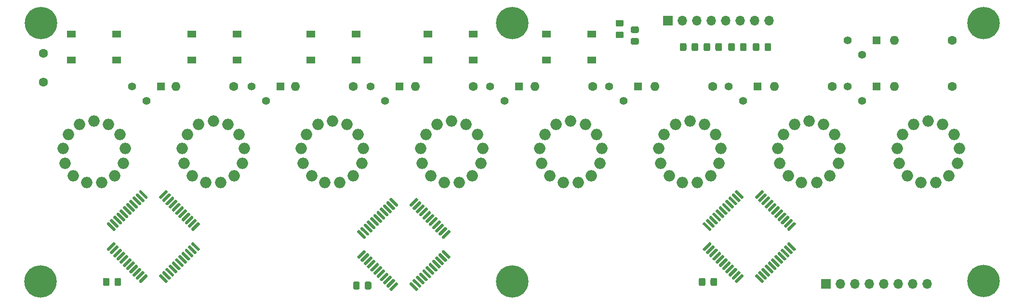
<source format=gbr>
G04 #@! TF.GenerationSoftware,KiCad,Pcbnew,5.1.7*
G04 #@! TF.CreationDate,2020-10-09T13:13:43+08:00*
G04 #@! TF.ProjectId,Nixie,4e697869-652e-46b6-9963-61645f706362,rev?*
G04 #@! TF.SameCoordinates,Original*
G04 #@! TF.FileFunction,Soldermask,Top*
G04 #@! TF.FilePolarity,Negative*
%FSLAX46Y46*%
G04 Gerber Fmt 4.6, Leading zero omitted, Abs format (unit mm)*
G04 Created by KiCad (PCBNEW 5.1.7) date 2020-10-09 13:13:43*
%MOMM*%
%LPD*%
G01*
G04 APERTURE LIST*
%ADD10C,1.400000*%
%ADD11R,1.400000X1.400000*%
%ADD12C,5.700000*%
%ADD13O,2.000000X2.000000*%
%ADD14R,1.550000X1.300000*%
%ADD15O,1.600000X1.600000*%
%ADD16C,1.600000*%
%ADD17O,1.700000X1.700000*%
%ADD18R,1.700000X1.700000*%
G04 APERTURE END LIST*
G04 #@! TO.C,U3*
G36*
G01*
X192655051Y-111488788D02*
X193786422Y-112620159D01*
G75*
G02*
X193786422Y-112814613I-97227J-97227D01*
G01*
X193591967Y-113009068D01*
G75*
G02*
X193397513Y-113009068I-97227J97227D01*
G01*
X192266142Y-111877697D01*
G75*
G02*
X192266142Y-111683243I97227J97227D01*
G01*
X192460597Y-111488788D01*
G75*
G02*
X192655051Y-111488788I97227J-97227D01*
G01*
G37*
G36*
G01*
X192089366Y-112054474D02*
X193220737Y-113185845D01*
G75*
G02*
X193220737Y-113380299I-97227J-97227D01*
G01*
X193026282Y-113574754D01*
G75*
G02*
X192831828Y-113574754I-97227J97227D01*
G01*
X191700457Y-112443383D01*
G75*
G02*
X191700457Y-112248929I97227J97227D01*
G01*
X191894912Y-112054474D01*
G75*
G02*
X192089366Y-112054474I97227J-97227D01*
G01*
G37*
G36*
G01*
X191523681Y-112620159D02*
X192655052Y-113751530D01*
G75*
G02*
X192655052Y-113945984I-97227J-97227D01*
G01*
X192460597Y-114140439D01*
G75*
G02*
X192266143Y-114140439I-97227J97227D01*
G01*
X191134772Y-113009068D01*
G75*
G02*
X191134772Y-112814614I97227J97227D01*
G01*
X191329227Y-112620159D01*
G75*
G02*
X191523681Y-112620159I97227J-97227D01*
G01*
G37*
G36*
G01*
X190957995Y-113185844D02*
X192089366Y-114317215D01*
G75*
G02*
X192089366Y-114511669I-97227J-97227D01*
G01*
X191894911Y-114706124D01*
G75*
G02*
X191700457Y-114706124I-97227J97227D01*
G01*
X190569086Y-113574753D01*
G75*
G02*
X190569086Y-113380299I97227J97227D01*
G01*
X190763541Y-113185844D01*
G75*
G02*
X190957995Y-113185844I97227J-97227D01*
G01*
G37*
G36*
G01*
X190392310Y-113751530D02*
X191523681Y-114882901D01*
G75*
G02*
X191523681Y-115077355I-97227J-97227D01*
G01*
X191329226Y-115271810D01*
G75*
G02*
X191134772Y-115271810I-97227J97227D01*
G01*
X190003401Y-114140439D01*
G75*
G02*
X190003401Y-113945985I97227J97227D01*
G01*
X190197856Y-113751530D01*
G75*
G02*
X190392310Y-113751530I97227J-97227D01*
G01*
G37*
G36*
G01*
X189826624Y-114317215D02*
X190957995Y-115448586D01*
G75*
G02*
X190957995Y-115643040I-97227J-97227D01*
G01*
X190763540Y-115837495D01*
G75*
G02*
X190569086Y-115837495I-97227J97227D01*
G01*
X189437715Y-114706124D01*
G75*
G02*
X189437715Y-114511670I97227J97227D01*
G01*
X189632170Y-114317215D01*
G75*
G02*
X189826624Y-114317215I97227J-97227D01*
G01*
G37*
G36*
G01*
X189260939Y-114882901D02*
X190392310Y-116014272D01*
G75*
G02*
X190392310Y-116208726I-97227J-97227D01*
G01*
X190197855Y-116403181D01*
G75*
G02*
X190003401Y-116403181I-97227J97227D01*
G01*
X188872030Y-115271810D01*
G75*
G02*
X188872030Y-115077356I97227J97227D01*
G01*
X189066485Y-114882901D01*
G75*
G02*
X189260939Y-114882901I97227J-97227D01*
G01*
G37*
G36*
G01*
X188695253Y-115448586D02*
X189826624Y-116579957D01*
G75*
G02*
X189826624Y-116774411I-97227J-97227D01*
G01*
X189632169Y-116968866D01*
G75*
G02*
X189437715Y-116968866I-97227J97227D01*
G01*
X188306344Y-115837495D01*
G75*
G02*
X188306344Y-115643041I97227J97227D01*
G01*
X188500799Y-115448586D01*
G75*
G02*
X188695253Y-115448586I97227J-97227D01*
G01*
G37*
G36*
G01*
X188129568Y-116014272D02*
X189260939Y-117145643D01*
G75*
G02*
X189260939Y-117340097I-97227J-97227D01*
G01*
X189066484Y-117534552D01*
G75*
G02*
X188872030Y-117534552I-97227J97227D01*
G01*
X187740659Y-116403181D01*
G75*
G02*
X187740659Y-116208727I97227J97227D01*
G01*
X187935114Y-116014272D01*
G75*
G02*
X188129568Y-116014272I97227J-97227D01*
G01*
G37*
G36*
G01*
X187563883Y-116579957D02*
X188695254Y-117711328D01*
G75*
G02*
X188695254Y-117905782I-97227J-97227D01*
G01*
X188500799Y-118100237D01*
G75*
G02*
X188306345Y-118100237I-97227J97227D01*
G01*
X187174974Y-116968866D01*
G75*
G02*
X187174974Y-116774412I97227J97227D01*
G01*
X187369429Y-116579957D01*
G75*
G02*
X187563883Y-116579957I97227J-97227D01*
G01*
G37*
G36*
G01*
X186998197Y-117145642D02*
X188129568Y-118277013D01*
G75*
G02*
X188129568Y-118471467I-97227J-97227D01*
G01*
X187935113Y-118665922D01*
G75*
G02*
X187740659Y-118665922I-97227J97227D01*
G01*
X186609288Y-117534551D01*
G75*
G02*
X186609288Y-117340097I97227J97227D01*
G01*
X186803743Y-117145642D01*
G75*
G02*
X186998197Y-117145642I97227J-97227D01*
G01*
G37*
G36*
G01*
X184417257Y-117145642D02*
X184611712Y-117340097D01*
G75*
G02*
X184611712Y-117534551I-97227J-97227D01*
G01*
X183480341Y-118665922D01*
G75*
G02*
X183285887Y-118665922I-97227J97227D01*
G01*
X183091432Y-118471467D01*
G75*
G02*
X183091432Y-118277013I97227J97227D01*
G01*
X184222803Y-117145642D01*
G75*
G02*
X184417257Y-117145642I97227J-97227D01*
G01*
G37*
G36*
G01*
X183851571Y-116579957D02*
X184046026Y-116774412D01*
G75*
G02*
X184046026Y-116968866I-97227J-97227D01*
G01*
X182914655Y-118100237D01*
G75*
G02*
X182720201Y-118100237I-97227J97227D01*
G01*
X182525746Y-117905782D01*
G75*
G02*
X182525746Y-117711328I97227J97227D01*
G01*
X183657117Y-116579957D01*
G75*
G02*
X183851571Y-116579957I97227J-97227D01*
G01*
G37*
G36*
G01*
X183285886Y-116014272D02*
X183480341Y-116208727D01*
G75*
G02*
X183480341Y-116403181I-97227J-97227D01*
G01*
X182348970Y-117534552D01*
G75*
G02*
X182154516Y-117534552I-97227J97227D01*
G01*
X181960061Y-117340097D01*
G75*
G02*
X181960061Y-117145643I97227J97227D01*
G01*
X183091432Y-116014272D01*
G75*
G02*
X183285886Y-116014272I97227J-97227D01*
G01*
G37*
G36*
G01*
X182720201Y-115448586D02*
X182914656Y-115643041D01*
G75*
G02*
X182914656Y-115837495I-97227J-97227D01*
G01*
X181783285Y-116968866D01*
G75*
G02*
X181588831Y-116968866I-97227J97227D01*
G01*
X181394376Y-116774411D01*
G75*
G02*
X181394376Y-116579957I97227J97227D01*
G01*
X182525747Y-115448586D01*
G75*
G02*
X182720201Y-115448586I97227J-97227D01*
G01*
G37*
G36*
G01*
X182154515Y-114882901D02*
X182348970Y-115077356D01*
G75*
G02*
X182348970Y-115271810I-97227J-97227D01*
G01*
X181217599Y-116403181D01*
G75*
G02*
X181023145Y-116403181I-97227J97227D01*
G01*
X180828690Y-116208726D01*
G75*
G02*
X180828690Y-116014272I97227J97227D01*
G01*
X181960061Y-114882901D01*
G75*
G02*
X182154515Y-114882901I97227J-97227D01*
G01*
G37*
G36*
G01*
X181588830Y-114317215D02*
X181783285Y-114511670D01*
G75*
G02*
X181783285Y-114706124I-97227J-97227D01*
G01*
X180651914Y-115837495D01*
G75*
G02*
X180457460Y-115837495I-97227J97227D01*
G01*
X180263005Y-115643040D01*
G75*
G02*
X180263005Y-115448586I97227J97227D01*
G01*
X181394376Y-114317215D01*
G75*
G02*
X181588830Y-114317215I97227J-97227D01*
G01*
G37*
G36*
G01*
X181023144Y-113751530D02*
X181217599Y-113945985D01*
G75*
G02*
X181217599Y-114140439I-97227J-97227D01*
G01*
X180086228Y-115271810D01*
G75*
G02*
X179891774Y-115271810I-97227J97227D01*
G01*
X179697319Y-115077355D01*
G75*
G02*
X179697319Y-114882901I97227J97227D01*
G01*
X180828690Y-113751530D01*
G75*
G02*
X181023144Y-113751530I97227J-97227D01*
G01*
G37*
G36*
G01*
X180457459Y-113185844D02*
X180651914Y-113380299D01*
G75*
G02*
X180651914Y-113574753I-97227J-97227D01*
G01*
X179520543Y-114706124D01*
G75*
G02*
X179326089Y-114706124I-97227J97227D01*
G01*
X179131634Y-114511669D01*
G75*
G02*
X179131634Y-114317215I97227J97227D01*
G01*
X180263005Y-113185844D01*
G75*
G02*
X180457459Y-113185844I97227J-97227D01*
G01*
G37*
G36*
G01*
X179891773Y-112620159D02*
X180086228Y-112814614D01*
G75*
G02*
X180086228Y-113009068I-97227J-97227D01*
G01*
X178954857Y-114140439D01*
G75*
G02*
X178760403Y-114140439I-97227J97227D01*
G01*
X178565948Y-113945984D01*
G75*
G02*
X178565948Y-113751530I97227J97227D01*
G01*
X179697319Y-112620159D01*
G75*
G02*
X179891773Y-112620159I97227J-97227D01*
G01*
G37*
G36*
G01*
X179326088Y-112054474D02*
X179520543Y-112248929D01*
G75*
G02*
X179520543Y-112443383I-97227J-97227D01*
G01*
X178389172Y-113574754D01*
G75*
G02*
X178194718Y-113574754I-97227J97227D01*
G01*
X178000263Y-113380299D01*
G75*
G02*
X178000263Y-113185845I97227J97227D01*
G01*
X179131634Y-112054474D01*
G75*
G02*
X179326088Y-112054474I97227J-97227D01*
G01*
G37*
G36*
G01*
X178760403Y-111488788D02*
X178954858Y-111683243D01*
G75*
G02*
X178954858Y-111877697I-97227J-97227D01*
G01*
X177823487Y-113009068D01*
G75*
G02*
X177629033Y-113009068I-97227J97227D01*
G01*
X177434578Y-112814613D01*
G75*
G02*
X177434578Y-112620159I97227J97227D01*
G01*
X178565949Y-111488788D01*
G75*
G02*
X178760403Y-111488788I97227J-97227D01*
G01*
G37*
G36*
G01*
X177823487Y-107970932D02*
X178954858Y-109102303D01*
G75*
G02*
X178954858Y-109296757I-97227J-97227D01*
G01*
X178760403Y-109491212D01*
G75*
G02*
X178565949Y-109491212I-97227J97227D01*
G01*
X177434578Y-108359841D01*
G75*
G02*
X177434578Y-108165387I97227J97227D01*
G01*
X177629033Y-107970932D01*
G75*
G02*
X177823487Y-107970932I97227J-97227D01*
G01*
G37*
G36*
G01*
X178389172Y-107405246D02*
X179520543Y-108536617D01*
G75*
G02*
X179520543Y-108731071I-97227J-97227D01*
G01*
X179326088Y-108925526D01*
G75*
G02*
X179131634Y-108925526I-97227J97227D01*
G01*
X178000263Y-107794155D01*
G75*
G02*
X178000263Y-107599701I97227J97227D01*
G01*
X178194718Y-107405246D01*
G75*
G02*
X178389172Y-107405246I97227J-97227D01*
G01*
G37*
G36*
G01*
X178954857Y-106839561D02*
X180086228Y-107970932D01*
G75*
G02*
X180086228Y-108165386I-97227J-97227D01*
G01*
X179891773Y-108359841D01*
G75*
G02*
X179697319Y-108359841I-97227J97227D01*
G01*
X178565948Y-107228470D01*
G75*
G02*
X178565948Y-107034016I97227J97227D01*
G01*
X178760403Y-106839561D01*
G75*
G02*
X178954857Y-106839561I97227J-97227D01*
G01*
G37*
G36*
G01*
X179520543Y-106273876D02*
X180651914Y-107405247D01*
G75*
G02*
X180651914Y-107599701I-97227J-97227D01*
G01*
X180457459Y-107794156D01*
G75*
G02*
X180263005Y-107794156I-97227J97227D01*
G01*
X179131634Y-106662785D01*
G75*
G02*
X179131634Y-106468331I97227J97227D01*
G01*
X179326089Y-106273876D01*
G75*
G02*
X179520543Y-106273876I97227J-97227D01*
G01*
G37*
G36*
G01*
X180086228Y-105708190D02*
X181217599Y-106839561D01*
G75*
G02*
X181217599Y-107034015I-97227J-97227D01*
G01*
X181023144Y-107228470D01*
G75*
G02*
X180828690Y-107228470I-97227J97227D01*
G01*
X179697319Y-106097099D01*
G75*
G02*
X179697319Y-105902645I97227J97227D01*
G01*
X179891774Y-105708190D01*
G75*
G02*
X180086228Y-105708190I97227J-97227D01*
G01*
G37*
G36*
G01*
X180651914Y-105142505D02*
X181783285Y-106273876D01*
G75*
G02*
X181783285Y-106468330I-97227J-97227D01*
G01*
X181588830Y-106662785D01*
G75*
G02*
X181394376Y-106662785I-97227J97227D01*
G01*
X180263005Y-105531414D01*
G75*
G02*
X180263005Y-105336960I97227J97227D01*
G01*
X180457460Y-105142505D01*
G75*
G02*
X180651914Y-105142505I97227J-97227D01*
G01*
G37*
G36*
G01*
X181217599Y-104576819D02*
X182348970Y-105708190D01*
G75*
G02*
X182348970Y-105902644I-97227J-97227D01*
G01*
X182154515Y-106097099D01*
G75*
G02*
X181960061Y-106097099I-97227J97227D01*
G01*
X180828690Y-104965728D01*
G75*
G02*
X180828690Y-104771274I97227J97227D01*
G01*
X181023145Y-104576819D01*
G75*
G02*
X181217599Y-104576819I97227J-97227D01*
G01*
G37*
G36*
G01*
X181783285Y-104011134D02*
X182914656Y-105142505D01*
G75*
G02*
X182914656Y-105336959I-97227J-97227D01*
G01*
X182720201Y-105531414D01*
G75*
G02*
X182525747Y-105531414I-97227J97227D01*
G01*
X181394376Y-104400043D01*
G75*
G02*
X181394376Y-104205589I97227J97227D01*
G01*
X181588831Y-104011134D01*
G75*
G02*
X181783285Y-104011134I97227J-97227D01*
G01*
G37*
G36*
G01*
X182348970Y-103445448D02*
X183480341Y-104576819D01*
G75*
G02*
X183480341Y-104771273I-97227J-97227D01*
G01*
X183285886Y-104965728D01*
G75*
G02*
X183091432Y-104965728I-97227J97227D01*
G01*
X181960061Y-103834357D01*
G75*
G02*
X181960061Y-103639903I97227J97227D01*
G01*
X182154516Y-103445448D01*
G75*
G02*
X182348970Y-103445448I97227J-97227D01*
G01*
G37*
G36*
G01*
X182914655Y-102879763D02*
X184046026Y-104011134D01*
G75*
G02*
X184046026Y-104205588I-97227J-97227D01*
G01*
X183851571Y-104400043D01*
G75*
G02*
X183657117Y-104400043I-97227J97227D01*
G01*
X182525746Y-103268672D01*
G75*
G02*
X182525746Y-103074218I97227J97227D01*
G01*
X182720201Y-102879763D01*
G75*
G02*
X182914655Y-102879763I97227J-97227D01*
G01*
G37*
G36*
G01*
X183480341Y-102314078D02*
X184611712Y-103445449D01*
G75*
G02*
X184611712Y-103639903I-97227J-97227D01*
G01*
X184417257Y-103834358D01*
G75*
G02*
X184222803Y-103834358I-97227J97227D01*
G01*
X183091432Y-102702987D01*
G75*
G02*
X183091432Y-102508533I97227J97227D01*
G01*
X183285887Y-102314078D01*
G75*
G02*
X183480341Y-102314078I97227J-97227D01*
G01*
G37*
G36*
G01*
X187935113Y-102314078D02*
X188129568Y-102508533D01*
G75*
G02*
X188129568Y-102702987I-97227J-97227D01*
G01*
X186998197Y-103834358D01*
G75*
G02*
X186803743Y-103834358I-97227J97227D01*
G01*
X186609288Y-103639903D01*
G75*
G02*
X186609288Y-103445449I97227J97227D01*
G01*
X187740659Y-102314078D01*
G75*
G02*
X187935113Y-102314078I97227J-97227D01*
G01*
G37*
G36*
G01*
X188500799Y-102879763D02*
X188695254Y-103074218D01*
G75*
G02*
X188695254Y-103268672I-97227J-97227D01*
G01*
X187563883Y-104400043D01*
G75*
G02*
X187369429Y-104400043I-97227J97227D01*
G01*
X187174974Y-104205588D01*
G75*
G02*
X187174974Y-104011134I97227J97227D01*
G01*
X188306345Y-102879763D01*
G75*
G02*
X188500799Y-102879763I97227J-97227D01*
G01*
G37*
G36*
G01*
X189066484Y-103445448D02*
X189260939Y-103639903D01*
G75*
G02*
X189260939Y-103834357I-97227J-97227D01*
G01*
X188129568Y-104965728D01*
G75*
G02*
X187935114Y-104965728I-97227J97227D01*
G01*
X187740659Y-104771273D01*
G75*
G02*
X187740659Y-104576819I97227J97227D01*
G01*
X188872030Y-103445448D01*
G75*
G02*
X189066484Y-103445448I97227J-97227D01*
G01*
G37*
G36*
G01*
X189632169Y-104011134D02*
X189826624Y-104205589D01*
G75*
G02*
X189826624Y-104400043I-97227J-97227D01*
G01*
X188695253Y-105531414D01*
G75*
G02*
X188500799Y-105531414I-97227J97227D01*
G01*
X188306344Y-105336959D01*
G75*
G02*
X188306344Y-105142505I97227J97227D01*
G01*
X189437715Y-104011134D01*
G75*
G02*
X189632169Y-104011134I97227J-97227D01*
G01*
G37*
G36*
G01*
X190197855Y-104576819D02*
X190392310Y-104771274D01*
G75*
G02*
X190392310Y-104965728I-97227J-97227D01*
G01*
X189260939Y-106097099D01*
G75*
G02*
X189066485Y-106097099I-97227J97227D01*
G01*
X188872030Y-105902644D01*
G75*
G02*
X188872030Y-105708190I97227J97227D01*
G01*
X190003401Y-104576819D01*
G75*
G02*
X190197855Y-104576819I97227J-97227D01*
G01*
G37*
G36*
G01*
X190763540Y-105142505D02*
X190957995Y-105336960D01*
G75*
G02*
X190957995Y-105531414I-97227J-97227D01*
G01*
X189826624Y-106662785D01*
G75*
G02*
X189632170Y-106662785I-97227J97227D01*
G01*
X189437715Y-106468330D01*
G75*
G02*
X189437715Y-106273876I97227J97227D01*
G01*
X190569086Y-105142505D01*
G75*
G02*
X190763540Y-105142505I97227J-97227D01*
G01*
G37*
G36*
G01*
X191329226Y-105708190D02*
X191523681Y-105902645D01*
G75*
G02*
X191523681Y-106097099I-97227J-97227D01*
G01*
X190392310Y-107228470D01*
G75*
G02*
X190197856Y-107228470I-97227J97227D01*
G01*
X190003401Y-107034015D01*
G75*
G02*
X190003401Y-106839561I97227J97227D01*
G01*
X191134772Y-105708190D01*
G75*
G02*
X191329226Y-105708190I97227J-97227D01*
G01*
G37*
G36*
G01*
X191894911Y-106273876D02*
X192089366Y-106468331D01*
G75*
G02*
X192089366Y-106662785I-97227J-97227D01*
G01*
X190957995Y-107794156D01*
G75*
G02*
X190763541Y-107794156I-97227J97227D01*
G01*
X190569086Y-107599701D01*
G75*
G02*
X190569086Y-107405247I97227J97227D01*
G01*
X191700457Y-106273876D01*
G75*
G02*
X191894911Y-106273876I97227J-97227D01*
G01*
G37*
G36*
G01*
X192460597Y-106839561D02*
X192655052Y-107034016D01*
G75*
G02*
X192655052Y-107228470I-97227J-97227D01*
G01*
X191523681Y-108359841D01*
G75*
G02*
X191329227Y-108359841I-97227J97227D01*
G01*
X191134772Y-108165386D01*
G75*
G02*
X191134772Y-107970932I97227J97227D01*
G01*
X192266143Y-106839561D01*
G75*
G02*
X192460597Y-106839561I97227J-97227D01*
G01*
G37*
G36*
G01*
X193026282Y-107405246D02*
X193220737Y-107599701D01*
G75*
G02*
X193220737Y-107794155I-97227J-97227D01*
G01*
X192089366Y-108925526D01*
G75*
G02*
X191894912Y-108925526I-97227J97227D01*
G01*
X191700457Y-108731071D01*
G75*
G02*
X191700457Y-108536617I97227J97227D01*
G01*
X192831828Y-107405246D01*
G75*
G02*
X193026282Y-107405246I97227J-97227D01*
G01*
G37*
G36*
G01*
X193591967Y-107970932D02*
X193786422Y-108165387D01*
G75*
G02*
X193786422Y-108359841I-97227J-97227D01*
G01*
X192655051Y-109491212D01*
G75*
G02*
X192460597Y-109491212I-97227J97227D01*
G01*
X192266142Y-109296757D01*
G75*
G02*
X192266142Y-109102303I97227J97227D01*
G01*
X193397513Y-107970932D01*
G75*
G02*
X193591967Y-107970932I97227J-97227D01*
G01*
G37*
G04 #@! TD*
G04 #@! TO.C,U2*
G36*
G01*
X131949051Y-112885788D02*
X133080422Y-114017159D01*
G75*
G02*
X133080422Y-114211613I-97227J-97227D01*
G01*
X132885967Y-114406068D01*
G75*
G02*
X132691513Y-114406068I-97227J97227D01*
G01*
X131560142Y-113274697D01*
G75*
G02*
X131560142Y-113080243I97227J97227D01*
G01*
X131754597Y-112885788D01*
G75*
G02*
X131949051Y-112885788I97227J-97227D01*
G01*
G37*
G36*
G01*
X131383366Y-113451474D02*
X132514737Y-114582845D01*
G75*
G02*
X132514737Y-114777299I-97227J-97227D01*
G01*
X132320282Y-114971754D01*
G75*
G02*
X132125828Y-114971754I-97227J97227D01*
G01*
X130994457Y-113840383D01*
G75*
G02*
X130994457Y-113645929I97227J97227D01*
G01*
X131188912Y-113451474D01*
G75*
G02*
X131383366Y-113451474I97227J-97227D01*
G01*
G37*
G36*
G01*
X130817681Y-114017159D02*
X131949052Y-115148530D01*
G75*
G02*
X131949052Y-115342984I-97227J-97227D01*
G01*
X131754597Y-115537439D01*
G75*
G02*
X131560143Y-115537439I-97227J97227D01*
G01*
X130428772Y-114406068D01*
G75*
G02*
X130428772Y-114211614I97227J97227D01*
G01*
X130623227Y-114017159D01*
G75*
G02*
X130817681Y-114017159I97227J-97227D01*
G01*
G37*
G36*
G01*
X130251995Y-114582844D02*
X131383366Y-115714215D01*
G75*
G02*
X131383366Y-115908669I-97227J-97227D01*
G01*
X131188911Y-116103124D01*
G75*
G02*
X130994457Y-116103124I-97227J97227D01*
G01*
X129863086Y-114971753D01*
G75*
G02*
X129863086Y-114777299I97227J97227D01*
G01*
X130057541Y-114582844D01*
G75*
G02*
X130251995Y-114582844I97227J-97227D01*
G01*
G37*
G36*
G01*
X129686310Y-115148530D02*
X130817681Y-116279901D01*
G75*
G02*
X130817681Y-116474355I-97227J-97227D01*
G01*
X130623226Y-116668810D01*
G75*
G02*
X130428772Y-116668810I-97227J97227D01*
G01*
X129297401Y-115537439D01*
G75*
G02*
X129297401Y-115342985I97227J97227D01*
G01*
X129491856Y-115148530D01*
G75*
G02*
X129686310Y-115148530I97227J-97227D01*
G01*
G37*
G36*
G01*
X129120624Y-115714215D02*
X130251995Y-116845586D01*
G75*
G02*
X130251995Y-117040040I-97227J-97227D01*
G01*
X130057540Y-117234495D01*
G75*
G02*
X129863086Y-117234495I-97227J97227D01*
G01*
X128731715Y-116103124D01*
G75*
G02*
X128731715Y-115908670I97227J97227D01*
G01*
X128926170Y-115714215D01*
G75*
G02*
X129120624Y-115714215I97227J-97227D01*
G01*
G37*
G36*
G01*
X128554939Y-116279901D02*
X129686310Y-117411272D01*
G75*
G02*
X129686310Y-117605726I-97227J-97227D01*
G01*
X129491855Y-117800181D01*
G75*
G02*
X129297401Y-117800181I-97227J97227D01*
G01*
X128166030Y-116668810D01*
G75*
G02*
X128166030Y-116474356I97227J97227D01*
G01*
X128360485Y-116279901D01*
G75*
G02*
X128554939Y-116279901I97227J-97227D01*
G01*
G37*
G36*
G01*
X127989253Y-116845586D02*
X129120624Y-117976957D01*
G75*
G02*
X129120624Y-118171411I-97227J-97227D01*
G01*
X128926169Y-118365866D01*
G75*
G02*
X128731715Y-118365866I-97227J97227D01*
G01*
X127600344Y-117234495D01*
G75*
G02*
X127600344Y-117040041I97227J97227D01*
G01*
X127794799Y-116845586D01*
G75*
G02*
X127989253Y-116845586I97227J-97227D01*
G01*
G37*
G36*
G01*
X127423568Y-117411272D02*
X128554939Y-118542643D01*
G75*
G02*
X128554939Y-118737097I-97227J-97227D01*
G01*
X128360484Y-118931552D01*
G75*
G02*
X128166030Y-118931552I-97227J97227D01*
G01*
X127034659Y-117800181D01*
G75*
G02*
X127034659Y-117605727I97227J97227D01*
G01*
X127229114Y-117411272D01*
G75*
G02*
X127423568Y-117411272I97227J-97227D01*
G01*
G37*
G36*
G01*
X126857883Y-117976957D02*
X127989254Y-119108328D01*
G75*
G02*
X127989254Y-119302782I-97227J-97227D01*
G01*
X127794799Y-119497237D01*
G75*
G02*
X127600345Y-119497237I-97227J97227D01*
G01*
X126468974Y-118365866D01*
G75*
G02*
X126468974Y-118171412I97227J97227D01*
G01*
X126663429Y-117976957D01*
G75*
G02*
X126857883Y-117976957I97227J-97227D01*
G01*
G37*
G36*
G01*
X126292197Y-118542642D02*
X127423568Y-119674013D01*
G75*
G02*
X127423568Y-119868467I-97227J-97227D01*
G01*
X127229113Y-120062922D01*
G75*
G02*
X127034659Y-120062922I-97227J97227D01*
G01*
X125903288Y-118931551D01*
G75*
G02*
X125903288Y-118737097I97227J97227D01*
G01*
X126097743Y-118542642D01*
G75*
G02*
X126292197Y-118542642I97227J-97227D01*
G01*
G37*
G36*
G01*
X123711257Y-118542642D02*
X123905712Y-118737097D01*
G75*
G02*
X123905712Y-118931551I-97227J-97227D01*
G01*
X122774341Y-120062922D01*
G75*
G02*
X122579887Y-120062922I-97227J97227D01*
G01*
X122385432Y-119868467D01*
G75*
G02*
X122385432Y-119674013I97227J97227D01*
G01*
X123516803Y-118542642D01*
G75*
G02*
X123711257Y-118542642I97227J-97227D01*
G01*
G37*
G36*
G01*
X123145571Y-117976957D02*
X123340026Y-118171412D01*
G75*
G02*
X123340026Y-118365866I-97227J-97227D01*
G01*
X122208655Y-119497237D01*
G75*
G02*
X122014201Y-119497237I-97227J97227D01*
G01*
X121819746Y-119302782D01*
G75*
G02*
X121819746Y-119108328I97227J97227D01*
G01*
X122951117Y-117976957D01*
G75*
G02*
X123145571Y-117976957I97227J-97227D01*
G01*
G37*
G36*
G01*
X122579886Y-117411272D02*
X122774341Y-117605727D01*
G75*
G02*
X122774341Y-117800181I-97227J-97227D01*
G01*
X121642970Y-118931552D01*
G75*
G02*
X121448516Y-118931552I-97227J97227D01*
G01*
X121254061Y-118737097D01*
G75*
G02*
X121254061Y-118542643I97227J97227D01*
G01*
X122385432Y-117411272D01*
G75*
G02*
X122579886Y-117411272I97227J-97227D01*
G01*
G37*
G36*
G01*
X122014201Y-116845586D02*
X122208656Y-117040041D01*
G75*
G02*
X122208656Y-117234495I-97227J-97227D01*
G01*
X121077285Y-118365866D01*
G75*
G02*
X120882831Y-118365866I-97227J97227D01*
G01*
X120688376Y-118171411D01*
G75*
G02*
X120688376Y-117976957I97227J97227D01*
G01*
X121819747Y-116845586D01*
G75*
G02*
X122014201Y-116845586I97227J-97227D01*
G01*
G37*
G36*
G01*
X121448515Y-116279901D02*
X121642970Y-116474356D01*
G75*
G02*
X121642970Y-116668810I-97227J-97227D01*
G01*
X120511599Y-117800181D01*
G75*
G02*
X120317145Y-117800181I-97227J97227D01*
G01*
X120122690Y-117605726D01*
G75*
G02*
X120122690Y-117411272I97227J97227D01*
G01*
X121254061Y-116279901D01*
G75*
G02*
X121448515Y-116279901I97227J-97227D01*
G01*
G37*
G36*
G01*
X120882830Y-115714215D02*
X121077285Y-115908670D01*
G75*
G02*
X121077285Y-116103124I-97227J-97227D01*
G01*
X119945914Y-117234495D01*
G75*
G02*
X119751460Y-117234495I-97227J97227D01*
G01*
X119557005Y-117040040D01*
G75*
G02*
X119557005Y-116845586I97227J97227D01*
G01*
X120688376Y-115714215D01*
G75*
G02*
X120882830Y-115714215I97227J-97227D01*
G01*
G37*
G36*
G01*
X120317144Y-115148530D02*
X120511599Y-115342985D01*
G75*
G02*
X120511599Y-115537439I-97227J-97227D01*
G01*
X119380228Y-116668810D01*
G75*
G02*
X119185774Y-116668810I-97227J97227D01*
G01*
X118991319Y-116474355D01*
G75*
G02*
X118991319Y-116279901I97227J97227D01*
G01*
X120122690Y-115148530D01*
G75*
G02*
X120317144Y-115148530I97227J-97227D01*
G01*
G37*
G36*
G01*
X119751459Y-114582844D02*
X119945914Y-114777299D01*
G75*
G02*
X119945914Y-114971753I-97227J-97227D01*
G01*
X118814543Y-116103124D01*
G75*
G02*
X118620089Y-116103124I-97227J97227D01*
G01*
X118425634Y-115908669D01*
G75*
G02*
X118425634Y-115714215I97227J97227D01*
G01*
X119557005Y-114582844D01*
G75*
G02*
X119751459Y-114582844I97227J-97227D01*
G01*
G37*
G36*
G01*
X119185773Y-114017159D02*
X119380228Y-114211614D01*
G75*
G02*
X119380228Y-114406068I-97227J-97227D01*
G01*
X118248857Y-115537439D01*
G75*
G02*
X118054403Y-115537439I-97227J97227D01*
G01*
X117859948Y-115342984D01*
G75*
G02*
X117859948Y-115148530I97227J97227D01*
G01*
X118991319Y-114017159D01*
G75*
G02*
X119185773Y-114017159I97227J-97227D01*
G01*
G37*
G36*
G01*
X118620088Y-113451474D02*
X118814543Y-113645929D01*
G75*
G02*
X118814543Y-113840383I-97227J-97227D01*
G01*
X117683172Y-114971754D01*
G75*
G02*
X117488718Y-114971754I-97227J97227D01*
G01*
X117294263Y-114777299D01*
G75*
G02*
X117294263Y-114582845I97227J97227D01*
G01*
X118425634Y-113451474D01*
G75*
G02*
X118620088Y-113451474I97227J-97227D01*
G01*
G37*
G36*
G01*
X118054403Y-112885788D02*
X118248858Y-113080243D01*
G75*
G02*
X118248858Y-113274697I-97227J-97227D01*
G01*
X117117487Y-114406068D01*
G75*
G02*
X116923033Y-114406068I-97227J97227D01*
G01*
X116728578Y-114211613D01*
G75*
G02*
X116728578Y-114017159I97227J97227D01*
G01*
X117859949Y-112885788D01*
G75*
G02*
X118054403Y-112885788I97227J-97227D01*
G01*
G37*
G36*
G01*
X117117487Y-109367932D02*
X118248858Y-110499303D01*
G75*
G02*
X118248858Y-110693757I-97227J-97227D01*
G01*
X118054403Y-110888212D01*
G75*
G02*
X117859949Y-110888212I-97227J97227D01*
G01*
X116728578Y-109756841D01*
G75*
G02*
X116728578Y-109562387I97227J97227D01*
G01*
X116923033Y-109367932D01*
G75*
G02*
X117117487Y-109367932I97227J-97227D01*
G01*
G37*
G36*
G01*
X117683172Y-108802246D02*
X118814543Y-109933617D01*
G75*
G02*
X118814543Y-110128071I-97227J-97227D01*
G01*
X118620088Y-110322526D01*
G75*
G02*
X118425634Y-110322526I-97227J97227D01*
G01*
X117294263Y-109191155D01*
G75*
G02*
X117294263Y-108996701I97227J97227D01*
G01*
X117488718Y-108802246D01*
G75*
G02*
X117683172Y-108802246I97227J-97227D01*
G01*
G37*
G36*
G01*
X118248857Y-108236561D02*
X119380228Y-109367932D01*
G75*
G02*
X119380228Y-109562386I-97227J-97227D01*
G01*
X119185773Y-109756841D01*
G75*
G02*
X118991319Y-109756841I-97227J97227D01*
G01*
X117859948Y-108625470D01*
G75*
G02*
X117859948Y-108431016I97227J97227D01*
G01*
X118054403Y-108236561D01*
G75*
G02*
X118248857Y-108236561I97227J-97227D01*
G01*
G37*
G36*
G01*
X118814543Y-107670876D02*
X119945914Y-108802247D01*
G75*
G02*
X119945914Y-108996701I-97227J-97227D01*
G01*
X119751459Y-109191156D01*
G75*
G02*
X119557005Y-109191156I-97227J97227D01*
G01*
X118425634Y-108059785D01*
G75*
G02*
X118425634Y-107865331I97227J97227D01*
G01*
X118620089Y-107670876D01*
G75*
G02*
X118814543Y-107670876I97227J-97227D01*
G01*
G37*
G36*
G01*
X119380228Y-107105190D02*
X120511599Y-108236561D01*
G75*
G02*
X120511599Y-108431015I-97227J-97227D01*
G01*
X120317144Y-108625470D01*
G75*
G02*
X120122690Y-108625470I-97227J97227D01*
G01*
X118991319Y-107494099D01*
G75*
G02*
X118991319Y-107299645I97227J97227D01*
G01*
X119185774Y-107105190D01*
G75*
G02*
X119380228Y-107105190I97227J-97227D01*
G01*
G37*
G36*
G01*
X119945914Y-106539505D02*
X121077285Y-107670876D01*
G75*
G02*
X121077285Y-107865330I-97227J-97227D01*
G01*
X120882830Y-108059785D01*
G75*
G02*
X120688376Y-108059785I-97227J97227D01*
G01*
X119557005Y-106928414D01*
G75*
G02*
X119557005Y-106733960I97227J97227D01*
G01*
X119751460Y-106539505D01*
G75*
G02*
X119945914Y-106539505I97227J-97227D01*
G01*
G37*
G36*
G01*
X120511599Y-105973819D02*
X121642970Y-107105190D01*
G75*
G02*
X121642970Y-107299644I-97227J-97227D01*
G01*
X121448515Y-107494099D01*
G75*
G02*
X121254061Y-107494099I-97227J97227D01*
G01*
X120122690Y-106362728D01*
G75*
G02*
X120122690Y-106168274I97227J97227D01*
G01*
X120317145Y-105973819D01*
G75*
G02*
X120511599Y-105973819I97227J-97227D01*
G01*
G37*
G36*
G01*
X121077285Y-105408134D02*
X122208656Y-106539505D01*
G75*
G02*
X122208656Y-106733959I-97227J-97227D01*
G01*
X122014201Y-106928414D01*
G75*
G02*
X121819747Y-106928414I-97227J97227D01*
G01*
X120688376Y-105797043D01*
G75*
G02*
X120688376Y-105602589I97227J97227D01*
G01*
X120882831Y-105408134D01*
G75*
G02*
X121077285Y-105408134I97227J-97227D01*
G01*
G37*
G36*
G01*
X121642970Y-104842448D02*
X122774341Y-105973819D01*
G75*
G02*
X122774341Y-106168273I-97227J-97227D01*
G01*
X122579886Y-106362728D01*
G75*
G02*
X122385432Y-106362728I-97227J97227D01*
G01*
X121254061Y-105231357D01*
G75*
G02*
X121254061Y-105036903I97227J97227D01*
G01*
X121448516Y-104842448D01*
G75*
G02*
X121642970Y-104842448I97227J-97227D01*
G01*
G37*
G36*
G01*
X122208655Y-104276763D02*
X123340026Y-105408134D01*
G75*
G02*
X123340026Y-105602588I-97227J-97227D01*
G01*
X123145571Y-105797043D01*
G75*
G02*
X122951117Y-105797043I-97227J97227D01*
G01*
X121819746Y-104665672D01*
G75*
G02*
X121819746Y-104471218I97227J97227D01*
G01*
X122014201Y-104276763D01*
G75*
G02*
X122208655Y-104276763I97227J-97227D01*
G01*
G37*
G36*
G01*
X122774341Y-103711078D02*
X123905712Y-104842449D01*
G75*
G02*
X123905712Y-105036903I-97227J-97227D01*
G01*
X123711257Y-105231358D01*
G75*
G02*
X123516803Y-105231358I-97227J97227D01*
G01*
X122385432Y-104099987D01*
G75*
G02*
X122385432Y-103905533I97227J97227D01*
G01*
X122579887Y-103711078D01*
G75*
G02*
X122774341Y-103711078I97227J-97227D01*
G01*
G37*
G36*
G01*
X127229113Y-103711078D02*
X127423568Y-103905533D01*
G75*
G02*
X127423568Y-104099987I-97227J-97227D01*
G01*
X126292197Y-105231358D01*
G75*
G02*
X126097743Y-105231358I-97227J97227D01*
G01*
X125903288Y-105036903D01*
G75*
G02*
X125903288Y-104842449I97227J97227D01*
G01*
X127034659Y-103711078D01*
G75*
G02*
X127229113Y-103711078I97227J-97227D01*
G01*
G37*
G36*
G01*
X127794799Y-104276763D02*
X127989254Y-104471218D01*
G75*
G02*
X127989254Y-104665672I-97227J-97227D01*
G01*
X126857883Y-105797043D01*
G75*
G02*
X126663429Y-105797043I-97227J97227D01*
G01*
X126468974Y-105602588D01*
G75*
G02*
X126468974Y-105408134I97227J97227D01*
G01*
X127600345Y-104276763D01*
G75*
G02*
X127794799Y-104276763I97227J-97227D01*
G01*
G37*
G36*
G01*
X128360484Y-104842448D02*
X128554939Y-105036903D01*
G75*
G02*
X128554939Y-105231357I-97227J-97227D01*
G01*
X127423568Y-106362728D01*
G75*
G02*
X127229114Y-106362728I-97227J97227D01*
G01*
X127034659Y-106168273D01*
G75*
G02*
X127034659Y-105973819I97227J97227D01*
G01*
X128166030Y-104842448D01*
G75*
G02*
X128360484Y-104842448I97227J-97227D01*
G01*
G37*
G36*
G01*
X128926169Y-105408134D02*
X129120624Y-105602589D01*
G75*
G02*
X129120624Y-105797043I-97227J-97227D01*
G01*
X127989253Y-106928414D01*
G75*
G02*
X127794799Y-106928414I-97227J97227D01*
G01*
X127600344Y-106733959D01*
G75*
G02*
X127600344Y-106539505I97227J97227D01*
G01*
X128731715Y-105408134D01*
G75*
G02*
X128926169Y-105408134I97227J-97227D01*
G01*
G37*
G36*
G01*
X129491855Y-105973819D02*
X129686310Y-106168274D01*
G75*
G02*
X129686310Y-106362728I-97227J-97227D01*
G01*
X128554939Y-107494099D01*
G75*
G02*
X128360485Y-107494099I-97227J97227D01*
G01*
X128166030Y-107299644D01*
G75*
G02*
X128166030Y-107105190I97227J97227D01*
G01*
X129297401Y-105973819D01*
G75*
G02*
X129491855Y-105973819I97227J-97227D01*
G01*
G37*
G36*
G01*
X130057540Y-106539505D02*
X130251995Y-106733960D01*
G75*
G02*
X130251995Y-106928414I-97227J-97227D01*
G01*
X129120624Y-108059785D01*
G75*
G02*
X128926170Y-108059785I-97227J97227D01*
G01*
X128731715Y-107865330D01*
G75*
G02*
X128731715Y-107670876I97227J97227D01*
G01*
X129863086Y-106539505D01*
G75*
G02*
X130057540Y-106539505I97227J-97227D01*
G01*
G37*
G36*
G01*
X130623226Y-107105190D02*
X130817681Y-107299645D01*
G75*
G02*
X130817681Y-107494099I-97227J-97227D01*
G01*
X129686310Y-108625470D01*
G75*
G02*
X129491856Y-108625470I-97227J97227D01*
G01*
X129297401Y-108431015D01*
G75*
G02*
X129297401Y-108236561I97227J97227D01*
G01*
X130428772Y-107105190D01*
G75*
G02*
X130623226Y-107105190I97227J-97227D01*
G01*
G37*
G36*
G01*
X131188911Y-107670876D02*
X131383366Y-107865331D01*
G75*
G02*
X131383366Y-108059785I-97227J-97227D01*
G01*
X130251995Y-109191156D01*
G75*
G02*
X130057541Y-109191156I-97227J97227D01*
G01*
X129863086Y-108996701D01*
G75*
G02*
X129863086Y-108802247I97227J97227D01*
G01*
X130994457Y-107670876D01*
G75*
G02*
X131188911Y-107670876I97227J-97227D01*
G01*
G37*
G36*
G01*
X131754597Y-108236561D02*
X131949052Y-108431016D01*
G75*
G02*
X131949052Y-108625470I-97227J-97227D01*
G01*
X130817681Y-109756841D01*
G75*
G02*
X130623227Y-109756841I-97227J97227D01*
G01*
X130428772Y-109562386D01*
G75*
G02*
X130428772Y-109367932I97227J97227D01*
G01*
X131560143Y-108236561D01*
G75*
G02*
X131754597Y-108236561I97227J-97227D01*
G01*
G37*
G36*
G01*
X132320282Y-108802246D02*
X132514737Y-108996701D01*
G75*
G02*
X132514737Y-109191155I-97227J-97227D01*
G01*
X131383366Y-110322526D01*
G75*
G02*
X131188912Y-110322526I-97227J97227D01*
G01*
X130994457Y-110128071D01*
G75*
G02*
X130994457Y-109933617I97227J97227D01*
G01*
X132125828Y-108802246D01*
G75*
G02*
X132320282Y-108802246I97227J-97227D01*
G01*
G37*
G36*
G01*
X132885967Y-109367932D02*
X133080422Y-109562387D01*
G75*
G02*
X133080422Y-109756841I-97227J-97227D01*
G01*
X131949051Y-110888212D01*
G75*
G02*
X131754597Y-110888212I-97227J97227D01*
G01*
X131560142Y-110693757D01*
G75*
G02*
X131560142Y-110499303I97227J97227D01*
G01*
X132691513Y-109367932D01*
G75*
G02*
X132885967Y-109367932I97227J-97227D01*
G01*
G37*
G04 #@! TD*
G04 #@! TO.C,U1*
G36*
G01*
X87943551Y-111488788D02*
X89074922Y-112620159D01*
G75*
G02*
X89074922Y-112814613I-97227J-97227D01*
G01*
X88880467Y-113009068D01*
G75*
G02*
X88686013Y-113009068I-97227J97227D01*
G01*
X87554642Y-111877697D01*
G75*
G02*
X87554642Y-111683243I97227J97227D01*
G01*
X87749097Y-111488788D01*
G75*
G02*
X87943551Y-111488788I97227J-97227D01*
G01*
G37*
G36*
G01*
X87377866Y-112054474D02*
X88509237Y-113185845D01*
G75*
G02*
X88509237Y-113380299I-97227J-97227D01*
G01*
X88314782Y-113574754D01*
G75*
G02*
X88120328Y-113574754I-97227J97227D01*
G01*
X86988957Y-112443383D01*
G75*
G02*
X86988957Y-112248929I97227J97227D01*
G01*
X87183412Y-112054474D01*
G75*
G02*
X87377866Y-112054474I97227J-97227D01*
G01*
G37*
G36*
G01*
X86812181Y-112620159D02*
X87943552Y-113751530D01*
G75*
G02*
X87943552Y-113945984I-97227J-97227D01*
G01*
X87749097Y-114140439D01*
G75*
G02*
X87554643Y-114140439I-97227J97227D01*
G01*
X86423272Y-113009068D01*
G75*
G02*
X86423272Y-112814614I97227J97227D01*
G01*
X86617727Y-112620159D01*
G75*
G02*
X86812181Y-112620159I97227J-97227D01*
G01*
G37*
G36*
G01*
X86246495Y-113185844D02*
X87377866Y-114317215D01*
G75*
G02*
X87377866Y-114511669I-97227J-97227D01*
G01*
X87183411Y-114706124D01*
G75*
G02*
X86988957Y-114706124I-97227J97227D01*
G01*
X85857586Y-113574753D01*
G75*
G02*
X85857586Y-113380299I97227J97227D01*
G01*
X86052041Y-113185844D01*
G75*
G02*
X86246495Y-113185844I97227J-97227D01*
G01*
G37*
G36*
G01*
X85680810Y-113751530D02*
X86812181Y-114882901D01*
G75*
G02*
X86812181Y-115077355I-97227J-97227D01*
G01*
X86617726Y-115271810D01*
G75*
G02*
X86423272Y-115271810I-97227J97227D01*
G01*
X85291901Y-114140439D01*
G75*
G02*
X85291901Y-113945985I97227J97227D01*
G01*
X85486356Y-113751530D01*
G75*
G02*
X85680810Y-113751530I97227J-97227D01*
G01*
G37*
G36*
G01*
X85115124Y-114317215D02*
X86246495Y-115448586D01*
G75*
G02*
X86246495Y-115643040I-97227J-97227D01*
G01*
X86052040Y-115837495D01*
G75*
G02*
X85857586Y-115837495I-97227J97227D01*
G01*
X84726215Y-114706124D01*
G75*
G02*
X84726215Y-114511670I97227J97227D01*
G01*
X84920670Y-114317215D01*
G75*
G02*
X85115124Y-114317215I97227J-97227D01*
G01*
G37*
G36*
G01*
X84549439Y-114882901D02*
X85680810Y-116014272D01*
G75*
G02*
X85680810Y-116208726I-97227J-97227D01*
G01*
X85486355Y-116403181D01*
G75*
G02*
X85291901Y-116403181I-97227J97227D01*
G01*
X84160530Y-115271810D01*
G75*
G02*
X84160530Y-115077356I97227J97227D01*
G01*
X84354985Y-114882901D01*
G75*
G02*
X84549439Y-114882901I97227J-97227D01*
G01*
G37*
G36*
G01*
X83983753Y-115448586D02*
X85115124Y-116579957D01*
G75*
G02*
X85115124Y-116774411I-97227J-97227D01*
G01*
X84920669Y-116968866D01*
G75*
G02*
X84726215Y-116968866I-97227J97227D01*
G01*
X83594844Y-115837495D01*
G75*
G02*
X83594844Y-115643041I97227J97227D01*
G01*
X83789299Y-115448586D01*
G75*
G02*
X83983753Y-115448586I97227J-97227D01*
G01*
G37*
G36*
G01*
X83418068Y-116014272D02*
X84549439Y-117145643D01*
G75*
G02*
X84549439Y-117340097I-97227J-97227D01*
G01*
X84354984Y-117534552D01*
G75*
G02*
X84160530Y-117534552I-97227J97227D01*
G01*
X83029159Y-116403181D01*
G75*
G02*
X83029159Y-116208727I97227J97227D01*
G01*
X83223614Y-116014272D01*
G75*
G02*
X83418068Y-116014272I97227J-97227D01*
G01*
G37*
G36*
G01*
X82852383Y-116579957D02*
X83983754Y-117711328D01*
G75*
G02*
X83983754Y-117905782I-97227J-97227D01*
G01*
X83789299Y-118100237D01*
G75*
G02*
X83594845Y-118100237I-97227J97227D01*
G01*
X82463474Y-116968866D01*
G75*
G02*
X82463474Y-116774412I97227J97227D01*
G01*
X82657929Y-116579957D01*
G75*
G02*
X82852383Y-116579957I97227J-97227D01*
G01*
G37*
G36*
G01*
X82286697Y-117145642D02*
X83418068Y-118277013D01*
G75*
G02*
X83418068Y-118471467I-97227J-97227D01*
G01*
X83223613Y-118665922D01*
G75*
G02*
X83029159Y-118665922I-97227J97227D01*
G01*
X81897788Y-117534551D01*
G75*
G02*
X81897788Y-117340097I97227J97227D01*
G01*
X82092243Y-117145642D01*
G75*
G02*
X82286697Y-117145642I97227J-97227D01*
G01*
G37*
G36*
G01*
X79705757Y-117145642D02*
X79900212Y-117340097D01*
G75*
G02*
X79900212Y-117534551I-97227J-97227D01*
G01*
X78768841Y-118665922D01*
G75*
G02*
X78574387Y-118665922I-97227J97227D01*
G01*
X78379932Y-118471467D01*
G75*
G02*
X78379932Y-118277013I97227J97227D01*
G01*
X79511303Y-117145642D01*
G75*
G02*
X79705757Y-117145642I97227J-97227D01*
G01*
G37*
G36*
G01*
X79140071Y-116579957D02*
X79334526Y-116774412D01*
G75*
G02*
X79334526Y-116968866I-97227J-97227D01*
G01*
X78203155Y-118100237D01*
G75*
G02*
X78008701Y-118100237I-97227J97227D01*
G01*
X77814246Y-117905782D01*
G75*
G02*
X77814246Y-117711328I97227J97227D01*
G01*
X78945617Y-116579957D01*
G75*
G02*
X79140071Y-116579957I97227J-97227D01*
G01*
G37*
G36*
G01*
X78574386Y-116014272D02*
X78768841Y-116208727D01*
G75*
G02*
X78768841Y-116403181I-97227J-97227D01*
G01*
X77637470Y-117534552D01*
G75*
G02*
X77443016Y-117534552I-97227J97227D01*
G01*
X77248561Y-117340097D01*
G75*
G02*
X77248561Y-117145643I97227J97227D01*
G01*
X78379932Y-116014272D01*
G75*
G02*
X78574386Y-116014272I97227J-97227D01*
G01*
G37*
G36*
G01*
X78008701Y-115448586D02*
X78203156Y-115643041D01*
G75*
G02*
X78203156Y-115837495I-97227J-97227D01*
G01*
X77071785Y-116968866D01*
G75*
G02*
X76877331Y-116968866I-97227J97227D01*
G01*
X76682876Y-116774411D01*
G75*
G02*
X76682876Y-116579957I97227J97227D01*
G01*
X77814247Y-115448586D01*
G75*
G02*
X78008701Y-115448586I97227J-97227D01*
G01*
G37*
G36*
G01*
X77443015Y-114882901D02*
X77637470Y-115077356D01*
G75*
G02*
X77637470Y-115271810I-97227J-97227D01*
G01*
X76506099Y-116403181D01*
G75*
G02*
X76311645Y-116403181I-97227J97227D01*
G01*
X76117190Y-116208726D01*
G75*
G02*
X76117190Y-116014272I97227J97227D01*
G01*
X77248561Y-114882901D01*
G75*
G02*
X77443015Y-114882901I97227J-97227D01*
G01*
G37*
G36*
G01*
X76877330Y-114317215D02*
X77071785Y-114511670D01*
G75*
G02*
X77071785Y-114706124I-97227J-97227D01*
G01*
X75940414Y-115837495D01*
G75*
G02*
X75745960Y-115837495I-97227J97227D01*
G01*
X75551505Y-115643040D01*
G75*
G02*
X75551505Y-115448586I97227J97227D01*
G01*
X76682876Y-114317215D01*
G75*
G02*
X76877330Y-114317215I97227J-97227D01*
G01*
G37*
G36*
G01*
X76311644Y-113751530D02*
X76506099Y-113945985D01*
G75*
G02*
X76506099Y-114140439I-97227J-97227D01*
G01*
X75374728Y-115271810D01*
G75*
G02*
X75180274Y-115271810I-97227J97227D01*
G01*
X74985819Y-115077355D01*
G75*
G02*
X74985819Y-114882901I97227J97227D01*
G01*
X76117190Y-113751530D01*
G75*
G02*
X76311644Y-113751530I97227J-97227D01*
G01*
G37*
G36*
G01*
X75745959Y-113185844D02*
X75940414Y-113380299D01*
G75*
G02*
X75940414Y-113574753I-97227J-97227D01*
G01*
X74809043Y-114706124D01*
G75*
G02*
X74614589Y-114706124I-97227J97227D01*
G01*
X74420134Y-114511669D01*
G75*
G02*
X74420134Y-114317215I97227J97227D01*
G01*
X75551505Y-113185844D01*
G75*
G02*
X75745959Y-113185844I97227J-97227D01*
G01*
G37*
G36*
G01*
X75180273Y-112620159D02*
X75374728Y-112814614D01*
G75*
G02*
X75374728Y-113009068I-97227J-97227D01*
G01*
X74243357Y-114140439D01*
G75*
G02*
X74048903Y-114140439I-97227J97227D01*
G01*
X73854448Y-113945984D01*
G75*
G02*
X73854448Y-113751530I97227J97227D01*
G01*
X74985819Y-112620159D01*
G75*
G02*
X75180273Y-112620159I97227J-97227D01*
G01*
G37*
G36*
G01*
X74614588Y-112054474D02*
X74809043Y-112248929D01*
G75*
G02*
X74809043Y-112443383I-97227J-97227D01*
G01*
X73677672Y-113574754D01*
G75*
G02*
X73483218Y-113574754I-97227J97227D01*
G01*
X73288763Y-113380299D01*
G75*
G02*
X73288763Y-113185845I97227J97227D01*
G01*
X74420134Y-112054474D01*
G75*
G02*
X74614588Y-112054474I97227J-97227D01*
G01*
G37*
G36*
G01*
X74048903Y-111488788D02*
X74243358Y-111683243D01*
G75*
G02*
X74243358Y-111877697I-97227J-97227D01*
G01*
X73111987Y-113009068D01*
G75*
G02*
X72917533Y-113009068I-97227J97227D01*
G01*
X72723078Y-112814613D01*
G75*
G02*
X72723078Y-112620159I97227J97227D01*
G01*
X73854449Y-111488788D01*
G75*
G02*
X74048903Y-111488788I97227J-97227D01*
G01*
G37*
G36*
G01*
X73111987Y-107970932D02*
X74243358Y-109102303D01*
G75*
G02*
X74243358Y-109296757I-97227J-97227D01*
G01*
X74048903Y-109491212D01*
G75*
G02*
X73854449Y-109491212I-97227J97227D01*
G01*
X72723078Y-108359841D01*
G75*
G02*
X72723078Y-108165387I97227J97227D01*
G01*
X72917533Y-107970932D01*
G75*
G02*
X73111987Y-107970932I97227J-97227D01*
G01*
G37*
G36*
G01*
X73677672Y-107405246D02*
X74809043Y-108536617D01*
G75*
G02*
X74809043Y-108731071I-97227J-97227D01*
G01*
X74614588Y-108925526D01*
G75*
G02*
X74420134Y-108925526I-97227J97227D01*
G01*
X73288763Y-107794155D01*
G75*
G02*
X73288763Y-107599701I97227J97227D01*
G01*
X73483218Y-107405246D01*
G75*
G02*
X73677672Y-107405246I97227J-97227D01*
G01*
G37*
G36*
G01*
X74243357Y-106839561D02*
X75374728Y-107970932D01*
G75*
G02*
X75374728Y-108165386I-97227J-97227D01*
G01*
X75180273Y-108359841D01*
G75*
G02*
X74985819Y-108359841I-97227J97227D01*
G01*
X73854448Y-107228470D01*
G75*
G02*
X73854448Y-107034016I97227J97227D01*
G01*
X74048903Y-106839561D01*
G75*
G02*
X74243357Y-106839561I97227J-97227D01*
G01*
G37*
G36*
G01*
X74809043Y-106273876D02*
X75940414Y-107405247D01*
G75*
G02*
X75940414Y-107599701I-97227J-97227D01*
G01*
X75745959Y-107794156D01*
G75*
G02*
X75551505Y-107794156I-97227J97227D01*
G01*
X74420134Y-106662785D01*
G75*
G02*
X74420134Y-106468331I97227J97227D01*
G01*
X74614589Y-106273876D01*
G75*
G02*
X74809043Y-106273876I97227J-97227D01*
G01*
G37*
G36*
G01*
X75374728Y-105708190D02*
X76506099Y-106839561D01*
G75*
G02*
X76506099Y-107034015I-97227J-97227D01*
G01*
X76311644Y-107228470D01*
G75*
G02*
X76117190Y-107228470I-97227J97227D01*
G01*
X74985819Y-106097099D01*
G75*
G02*
X74985819Y-105902645I97227J97227D01*
G01*
X75180274Y-105708190D01*
G75*
G02*
X75374728Y-105708190I97227J-97227D01*
G01*
G37*
G36*
G01*
X75940414Y-105142505D02*
X77071785Y-106273876D01*
G75*
G02*
X77071785Y-106468330I-97227J-97227D01*
G01*
X76877330Y-106662785D01*
G75*
G02*
X76682876Y-106662785I-97227J97227D01*
G01*
X75551505Y-105531414D01*
G75*
G02*
X75551505Y-105336960I97227J97227D01*
G01*
X75745960Y-105142505D01*
G75*
G02*
X75940414Y-105142505I97227J-97227D01*
G01*
G37*
G36*
G01*
X76506099Y-104576819D02*
X77637470Y-105708190D01*
G75*
G02*
X77637470Y-105902644I-97227J-97227D01*
G01*
X77443015Y-106097099D01*
G75*
G02*
X77248561Y-106097099I-97227J97227D01*
G01*
X76117190Y-104965728D01*
G75*
G02*
X76117190Y-104771274I97227J97227D01*
G01*
X76311645Y-104576819D01*
G75*
G02*
X76506099Y-104576819I97227J-97227D01*
G01*
G37*
G36*
G01*
X77071785Y-104011134D02*
X78203156Y-105142505D01*
G75*
G02*
X78203156Y-105336959I-97227J-97227D01*
G01*
X78008701Y-105531414D01*
G75*
G02*
X77814247Y-105531414I-97227J97227D01*
G01*
X76682876Y-104400043D01*
G75*
G02*
X76682876Y-104205589I97227J97227D01*
G01*
X76877331Y-104011134D01*
G75*
G02*
X77071785Y-104011134I97227J-97227D01*
G01*
G37*
G36*
G01*
X77637470Y-103445448D02*
X78768841Y-104576819D01*
G75*
G02*
X78768841Y-104771273I-97227J-97227D01*
G01*
X78574386Y-104965728D01*
G75*
G02*
X78379932Y-104965728I-97227J97227D01*
G01*
X77248561Y-103834357D01*
G75*
G02*
X77248561Y-103639903I97227J97227D01*
G01*
X77443016Y-103445448D01*
G75*
G02*
X77637470Y-103445448I97227J-97227D01*
G01*
G37*
G36*
G01*
X78203155Y-102879763D02*
X79334526Y-104011134D01*
G75*
G02*
X79334526Y-104205588I-97227J-97227D01*
G01*
X79140071Y-104400043D01*
G75*
G02*
X78945617Y-104400043I-97227J97227D01*
G01*
X77814246Y-103268672D01*
G75*
G02*
X77814246Y-103074218I97227J97227D01*
G01*
X78008701Y-102879763D01*
G75*
G02*
X78203155Y-102879763I97227J-97227D01*
G01*
G37*
G36*
G01*
X78768841Y-102314078D02*
X79900212Y-103445449D01*
G75*
G02*
X79900212Y-103639903I-97227J-97227D01*
G01*
X79705757Y-103834358D01*
G75*
G02*
X79511303Y-103834358I-97227J97227D01*
G01*
X78379932Y-102702987D01*
G75*
G02*
X78379932Y-102508533I97227J97227D01*
G01*
X78574387Y-102314078D01*
G75*
G02*
X78768841Y-102314078I97227J-97227D01*
G01*
G37*
G36*
G01*
X83223613Y-102314078D02*
X83418068Y-102508533D01*
G75*
G02*
X83418068Y-102702987I-97227J-97227D01*
G01*
X82286697Y-103834358D01*
G75*
G02*
X82092243Y-103834358I-97227J97227D01*
G01*
X81897788Y-103639903D01*
G75*
G02*
X81897788Y-103445449I97227J97227D01*
G01*
X83029159Y-102314078D01*
G75*
G02*
X83223613Y-102314078I97227J-97227D01*
G01*
G37*
G36*
G01*
X83789299Y-102879763D02*
X83983754Y-103074218D01*
G75*
G02*
X83983754Y-103268672I-97227J-97227D01*
G01*
X82852383Y-104400043D01*
G75*
G02*
X82657929Y-104400043I-97227J97227D01*
G01*
X82463474Y-104205588D01*
G75*
G02*
X82463474Y-104011134I97227J97227D01*
G01*
X83594845Y-102879763D01*
G75*
G02*
X83789299Y-102879763I97227J-97227D01*
G01*
G37*
G36*
G01*
X84354984Y-103445448D02*
X84549439Y-103639903D01*
G75*
G02*
X84549439Y-103834357I-97227J-97227D01*
G01*
X83418068Y-104965728D01*
G75*
G02*
X83223614Y-104965728I-97227J97227D01*
G01*
X83029159Y-104771273D01*
G75*
G02*
X83029159Y-104576819I97227J97227D01*
G01*
X84160530Y-103445448D01*
G75*
G02*
X84354984Y-103445448I97227J-97227D01*
G01*
G37*
G36*
G01*
X84920669Y-104011134D02*
X85115124Y-104205589D01*
G75*
G02*
X85115124Y-104400043I-97227J-97227D01*
G01*
X83983753Y-105531414D01*
G75*
G02*
X83789299Y-105531414I-97227J97227D01*
G01*
X83594844Y-105336959D01*
G75*
G02*
X83594844Y-105142505I97227J97227D01*
G01*
X84726215Y-104011134D01*
G75*
G02*
X84920669Y-104011134I97227J-97227D01*
G01*
G37*
G36*
G01*
X85486355Y-104576819D02*
X85680810Y-104771274D01*
G75*
G02*
X85680810Y-104965728I-97227J-97227D01*
G01*
X84549439Y-106097099D01*
G75*
G02*
X84354985Y-106097099I-97227J97227D01*
G01*
X84160530Y-105902644D01*
G75*
G02*
X84160530Y-105708190I97227J97227D01*
G01*
X85291901Y-104576819D01*
G75*
G02*
X85486355Y-104576819I97227J-97227D01*
G01*
G37*
G36*
G01*
X86052040Y-105142505D02*
X86246495Y-105336960D01*
G75*
G02*
X86246495Y-105531414I-97227J-97227D01*
G01*
X85115124Y-106662785D01*
G75*
G02*
X84920670Y-106662785I-97227J97227D01*
G01*
X84726215Y-106468330D01*
G75*
G02*
X84726215Y-106273876I97227J97227D01*
G01*
X85857586Y-105142505D01*
G75*
G02*
X86052040Y-105142505I97227J-97227D01*
G01*
G37*
G36*
G01*
X86617726Y-105708190D02*
X86812181Y-105902645D01*
G75*
G02*
X86812181Y-106097099I-97227J-97227D01*
G01*
X85680810Y-107228470D01*
G75*
G02*
X85486356Y-107228470I-97227J97227D01*
G01*
X85291901Y-107034015D01*
G75*
G02*
X85291901Y-106839561I97227J97227D01*
G01*
X86423272Y-105708190D01*
G75*
G02*
X86617726Y-105708190I97227J-97227D01*
G01*
G37*
G36*
G01*
X87183411Y-106273876D02*
X87377866Y-106468331D01*
G75*
G02*
X87377866Y-106662785I-97227J-97227D01*
G01*
X86246495Y-107794156D01*
G75*
G02*
X86052041Y-107794156I-97227J97227D01*
G01*
X85857586Y-107599701D01*
G75*
G02*
X85857586Y-107405247I97227J97227D01*
G01*
X86988957Y-106273876D01*
G75*
G02*
X87183411Y-106273876I97227J-97227D01*
G01*
G37*
G36*
G01*
X87749097Y-106839561D02*
X87943552Y-107034016D01*
G75*
G02*
X87943552Y-107228470I-97227J-97227D01*
G01*
X86812181Y-108359841D01*
G75*
G02*
X86617727Y-108359841I-97227J97227D01*
G01*
X86423272Y-108165386D01*
G75*
G02*
X86423272Y-107970932I97227J97227D01*
G01*
X87554643Y-106839561D01*
G75*
G02*
X87749097Y-106839561I97227J-97227D01*
G01*
G37*
G36*
G01*
X88314782Y-107405246D02*
X88509237Y-107599701D01*
G75*
G02*
X88509237Y-107794155I-97227J-97227D01*
G01*
X87377866Y-108925526D01*
G75*
G02*
X87183412Y-108925526I-97227J97227D01*
G01*
X86988957Y-108731071D01*
G75*
G02*
X86988957Y-108536617I97227J97227D01*
G01*
X88120328Y-107405246D01*
G75*
G02*
X88314782Y-107405246I97227J-97227D01*
G01*
G37*
G36*
G01*
X88880467Y-107970932D02*
X89074922Y-108165387D01*
G75*
G02*
X89074922Y-108359841I-97227J-97227D01*
G01*
X87943551Y-109491212D01*
G75*
G02*
X87749097Y-109491212I-97227J97227D01*
G01*
X87554642Y-109296757D01*
G75*
G02*
X87554642Y-109102303I97227J97227D01*
G01*
X88686013Y-107970932D01*
G75*
G02*
X88880467Y-107970932I97227J-97227D01*
G01*
G37*
G04 #@! TD*
D10*
G04 #@! TO.C,RV1*
X79692500Y-86550500D03*
X77152500Y-84010500D03*
D11*
X82232500Y-84010500D03*
G04 #@! TD*
D10*
G04 #@! TO.C,RV8*
X205422500Y-78422500D03*
X202882500Y-75882500D03*
D11*
X207962500Y-75882500D03*
G04 #@! TD*
D10*
G04 #@! TO.C,RV7*
X205422500Y-86550500D03*
X202882500Y-84010500D03*
D11*
X207962500Y-84010500D03*
G04 #@! TD*
D10*
G04 #@! TO.C,RV6*
X184467500Y-86550500D03*
X181927500Y-84010500D03*
D11*
X187007500Y-84010500D03*
G04 #@! TD*
D10*
G04 #@! TO.C,RV5*
X163512500Y-86550500D03*
X160972500Y-84010500D03*
D11*
X166052500Y-84010500D03*
G04 #@! TD*
D10*
G04 #@! TO.C,RV4*
X142557500Y-86550500D03*
X140017500Y-84010500D03*
D11*
X145097500Y-84010500D03*
G04 #@! TD*
D10*
G04 #@! TO.C,RV3*
X121602500Y-86550500D03*
X119062500Y-84010500D03*
D11*
X124142500Y-84010500D03*
G04 #@! TD*
D10*
G04 #@! TO.C,RV2*
X100647500Y-86550500D03*
X98107500Y-84010500D03*
D11*
X103187500Y-84010500D03*
G04 #@! TD*
G04 #@! TO.C,R15*
G36*
G01*
X163264001Y-73464000D02*
X162363999Y-73464000D01*
G75*
G02*
X162114000Y-73214001I0J249999D01*
G01*
X162114000Y-72563999D01*
G75*
G02*
X162363999Y-72314000I249999J0D01*
G01*
X163264001Y-72314000D01*
G75*
G02*
X163514000Y-72563999I0J-249999D01*
G01*
X163514000Y-73214001D01*
G75*
G02*
X163264001Y-73464000I-249999J0D01*
G01*
G37*
G36*
G01*
X163264001Y-75514000D02*
X162363999Y-75514000D01*
G75*
G02*
X162114000Y-75264001I0J249999D01*
G01*
X162114000Y-74613999D01*
G75*
G02*
X162363999Y-74364000I249999J0D01*
G01*
X163264001Y-74364000D01*
G75*
G02*
X163514000Y-74613999I0J-249999D01*
G01*
X163514000Y-75264001D01*
G75*
G02*
X163264001Y-75514000I-249999J0D01*
G01*
G37*
G04 #@! TD*
G04 #@! TO.C,R14*
G36*
G01*
X165931001Y-74607000D02*
X165030999Y-74607000D01*
G75*
G02*
X164781000Y-74357001I0J249999D01*
G01*
X164781000Y-73706999D01*
G75*
G02*
X165030999Y-73457000I249999J0D01*
G01*
X165931001Y-73457000D01*
G75*
G02*
X166181000Y-73706999I0J-249999D01*
G01*
X166181000Y-74357001D01*
G75*
G02*
X165931001Y-74607000I-249999J0D01*
G01*
G37*
G36*
G01*
X165931001Y-76657000D02*
X165030999Y-76657000D01*
G75*
G02*
X164781000Y-76407001I0J249999D01*
G01*
X164781000Y-75756999D01*
G75*
G02*
X165030999Y-75507000I249999J0D01*
G01*
X165931001Y-75507000D01*
G75*
G02*
X166181000Y-75756999I0J-249999D01*
G01*
X166181000Y-76407001D01*
G75*
G02*
X165931001Y-76657000I-249999J0D01*
G01*
G37*
G04 #@! TD*
G04 #@! TO.C,R13*
G36*
G01*
X175465000Y-77539001D02*
X175465000Y-76638999D01*
G75*
G02*
X175714999Y-76389000I249999J0D01*
G01*
X176365001Y-76389000D01*
G75*
G02*
X176615000Y-76638999I0J-249999D01*
G01*
X176615000Y-77539001D01*
G75*
G02*
X176365001Y-77789000I-249999J0D01*
G01*
X175714999Y-77789000D01*
G75*
G02*
X175465000Y-77539001I0J249999D01*
G01*
G37*
G36*
G01*
X173415000Y-77539001D02*
X173415000Y-76638999D01*
G75*
G02*
X173664999Y-76389000I249999J0D01*
G01*
X174315001Y-76389000D01*
G75*
G02*
X174565000Y-76638999I0J-249999D01*
G01*
X174565000Y-77539001D01*
G75*
G02*
X174315001Y-77789000I-249999J0D01*
G01*
X173664999Y-77789000D01*
G75*
G02*
X173415000Y-77539001I0J249999D01*
G01*
G37*
G04 #@! TD*
G04 #@! TO.C,R12*
G36*
G01*
X179638000Y-77539001D02*
X179638000Y-76638999D01*
G75*
G02*
X179887999Y-76389000I249999J0D01*
G01*
X180538001Y-76389000D01*
G75*
G02*
X180788000Y-76638999I0J-249999D01*
G01*
X180788000Y-77539001D01*
G75*
G02*
X180538001Y-77789000I-249999J0D01*
G01*
X179887999Y-77789000D01*
G75*
G02*
X179638000Y-77539001I0J249999D01*
G01*
G37*
G36*
G01*
X177588000Y-77539001D02*
X177588000Y-76638999D01*
G75*
G02*
X177837999Y-76389000I249999J0D01*
G01*
X178488001Y-76389000D01*
G75*
G02*
X178738000Y-76638999I0J-249999D01*
G01*
X178738000Y-77539001D01*
G75*
G02*
X178488001Y-77789000I-249999J0D01*
G01*
X177837999Y-77789000D01*
G75*
G02*
X177588000Y-77539001I0J249999D01*
G01*
G37*
G04 #@! TD*
G04 #@! TO.C,R11*
G36*
G01*
X183965000Y-77539001D02*
X183965000Y-76638999D01*
G75*
G02*
X184214999Y-76389000I249999J0D01*
G01*
X184865001Y-76389000D01*
G75*
G02*
X185115000Y-76638999I0J-249999D01*
G01*
X185115000Y-77539001D01*
G75*
G02*
X184865001Y-77789000I-249999J0D01*
G01*
X184214999Y-77789000D01*
G75*
G02*
X183965000Y-77539001I0J249999D01*
G01*
G37*
G36*
G01*
X181915000Y-77539001D02*
X181915000Y-76638999D01*
G75*
G02*
X182164999Y-76389000I249999J0D01*
G01*
X182815001Y-76389000D01*
G75*
G02*
X183065000Y-76638999I0J-249999D01*
G01*
X183065000Y-77539001D01*
G75*
G02*
X182815001Y-77789000I-249999J0D01*
G01*
X182164999Y-77789000D01*
G75*
G02*
X181915000Y-77539001I0J249999D01*
G01*
G37*
G04 #@! TD*
D12*
G04 #@! TO.C,H6*
X143954500Y-118427500D03*
G04 #@! TD*
G04 #@! TO.C,H5*
X143954500Y-72898000D03*
G04 #@! TD*
G04 #@! TO.C,H4*
X226758500Y-118364000D03*
G04 #@! TD*
G04 #@! TO.C,H3*
X61087000Y-118427500D03*
G04 #@! TD*
G04 #@! TO.C,H2*
X226758500Y-72898000D03*
G04 #@! TD*
G04 #@! TO.C,H1*
X61150500Y-72898000D03*
G04 #@! TD*
D13*
G04 #@! TO.C,N1*
X73040977Y-90760992D03*
X75011411Y-92506644D03*
X75944898Y-94968049D03*
X75627589Y-97581326D03*
X74132174Y-99747809D03*
X71801236Y-100971179D03*
X69168764Y-100971179D03*
X66837826Y-99747809D03*
X65342411Y-97581326D03*
X65025102Y-94968049D03*
X65958589Y-92506644D03*
X67929023Y-90760992D03*
X70485000Y-90131000D03*
G04 #@! TD*
D14*
G04 #@! TO.C,SW5*
X149944000Y-74839000D03*
X149944000Y-79339000D03*
X157904000Y-79339000D03*
X157904000Y-74839000D03*
G04 #@! TD*
G04 #@! TO.C,SW4*
X129116000Y-74839000D03*
X129116000Y-79339000D03*
X137076000Y-79339000D03*
X137076000Y-74839000D03*
G04 #@! TD*
G04 #@! TO.C,SW3*
X108542000Y-74839000D03*
X108542000Y-79339000D03*
X116502000Y-79339000D03*
X116502000Y-74839000D03*
G04 #@! TD*
G04 #@! TO.C,SW2*
X87678000Y-74839000D03*
X87678000Y-79339000D03*
X95638000Y-79339000D03*
X95638000Y-74839000D03*
G04 #@! TD*
G04 #@! TO.C,SW1*
X66505000Y-74839000D03*
X66505000Y-79339000D03*
X74465000Y-79339000D03*
X74465000Y-74839000D03*
G04 #@! TD*
D15*
G04 #@! TO.C,R3*
X84836000Y-84010500D03*
D16*
X94996000Y-84010500D03*
G04 #@! TD*
D15*
G04 #@! TO.C,R4*
X105875666Y-84010500D03*
D16*
X116035666Y-84010500D03*
G04 #@! TD*
D15*
G04 #@! TO.C,R5*
X126915332Y-84010500D03*
D16*
X137075332Y-84010500D03*
G04 #@! TD*
D15*
G04 #@! TO.C,R6*
X147954998Y-84010500D03*
D16*
X158114998Y-84010500D03*
G04 #@! TD*
D15*
G04 #@! TO.C,R7*
X168994664Y-84010500D03*
D16*
X179154664Y-84010500D03*
G04 #@! TD*
D15*
G04 #@! TO.C,R8*
X190034330Y-84010500D03*
D16*
X200194330Y-84010500D03*
G04 #@! TD*
D15*
G04 #@! TO.C,R9*
X211074000Y-84010500D03*
D16*
X221234000Y-84010500D03*
G04 #@! TD*
D15*
G04 #@! TO.C,R10*
X211074000Y-75946000D03*
D16*
X221234000Y-75946000D03*
G04 #@! TD*
G04 #@! TO.C,R2*
G36*
G01*
X188283000Y-77539001D02*
X188283000Y-76638999D01*
G75*
G02*
X188532999Y-76389000I249999J0D01*
G01*
X189183001Y-76389000D01*
G75*
G02*
X189433000Y-76638999I0J-249999D01*
G01*
X189433000Y-77539001D01*
G75*
G02*
X189183001Y-77789000I-249999J0D01*
G01*
X188532999Y-77789000D01*
G75*
G02*
X188283000Y-77539001I0J249999D01*
G01*
G37*
G36*
G01*
X186233000Y-77539001D02*
X186233000Y-76638999D01*
G75*
G02*
X186482999Y-76389000I249999J0D01*
G01*
X187133001Y-76389000D01*
G75*
G02*
X187383000Y-76638999I0J-249999D01*
G01*
X187383000Y-77539001D01*
G75*
G02*
X187133001Y-77789000I-249999J0D01*
G01*
X186482999Y-77789000D01*
G75*
G02*
X186233000Y-77539001I0J249999D01*
G01*
G37*
G04 #@! TD*
G04 #@! TO.C,R1*
X61531500Y-83312000D03*
X61531500Y-78232000D03*
G04 #@! TD*
D13*
G04 #@! TO.C,N2*
X93977834Y-90760992D03*
X95948268Y-92506644D03*
X96881755Y-94968049D03*
X96564446Y-97581326D03*
X95069031Y-99747809D03*
X92738093Y-100971179D03*
X90105621Y-100971179D03*
X87774683Y-99747809D03*
X86279268Y-97581326D03*
X85961959Y-94968049D03*
X86895446Y-92506644D03*
X88865880Y-90760992D03*
X91421857Y-90131000D03*
G04 #@! TD*
G04 #@! TO.C,N3*
X114914691Y-90760992D03*
X116885125Y-92506644D03*
X117818612Y-94968049D03*
X117501303Y-97581326D03*
X116005888Y-99747809D03*
X113674950Y-100971179D03*
X111042478Y-100971179D03*
X108711540Y-99747809D03*
X107216125Y-97581326D03*
X106898816Y-94968049D03*
X107832303Y-92506644D03*
X109802737Y-90760992D03*
X112358714Y-90131000D03*
G04 #@! TD*
G04 #@! TO.C,N4*
X135851548Y-90760992D03*
X137821982Y-92506644D03*
X138755469Y-94968049D03*
X138438160Y-97581326D03*
X136942745Y-99747809D03*
X134611807Y-100971179D03*
X131979335Y-100971179D03*
X129648397Y-99747809D03*
X128152982Y-97581326D03*
X127835673Y-94968049D03*
X128769160Y-92506644D03*
X130739594Y-90760992D03*
X133295571Y-90131000D03*
G04 #@! TD*
G04 #@! TO.C,N5*
X156788405Y-90760992D03*
X158758839Y-92506644D03*
X159692326Y-94968049D03*
X159375017Y-97581326D03*
X157879602Y-99747809D03*
X155548664Y-100971179D03*
X152916192Y-100971179D03*
X150585254Y-99747809D03*
X149089839Y-97581326D03*
X148772530Y-94968049D03*
X149706017Y-92506644D03*
X151676451Y-90760992D03*
X154232428Y-90131000D03*
G04 #@! TD*
G04 #@! TO.C,N6*
X177725262Y-90760992D03*
X179695696Y-92506644D03*
X180629183Y-94968049D03*
X180311874Y-97581326D03*
X178816459Y-99747809D03*
X176485521Y-100971179D03*
X173853049Y-100971179D03*
X171522111Y-99747809D03*
X170026696Y-97581326D03*
X169709387Y-94968049D03*
X170642874Y-92506644D03*
X172613308Y-90760992D03*
X175169285Y-90131000D03*
G04 #@! TD*
G04 #@! TO.C,N7*
X198662119Y-90760992D03*
X200632553Y-92506644D03*
X201566040Y-94968049D03*
X201248731Y-97581326D03*
X199753316Y-99747809D03*
X197422378Y-100971179D03*
X194789906Y-100971179D03*
X192458968Y-99747809D03*
X190963553Y-97581326D03*
X190646244Y-94968049D03*
X191579731Y-92506644D03*
X193550165Y-90760992D03*
X196106142Y-90131000D03*
G04 #@! TD*
G04 #@! TO.C,N8*
X219598977Y-90760992D03*
X221569411Y-92506644D03*
X222502898Y-94968049D03*
X222185589Y-97581326D03*
X220690174Y-99747809D03*
X218359236Y-100971179D03*
X215726764Y-100971179D03*
X213395826Y-99747809D03*
X211900411Y-97581326D03*
X211583102Y-94968049D03*
X212516589Y-92506644D03*
X214487023Y-90760992D03*
X217043000Y-90131000D03*
G04 #@! TD*
D17*
G04 #@! TO.C,J2*
X189039500Y-72453500D03*
X186499500Y-72453500D03*
X183959500Y-72453500D03*
X181419500Y-72453500D03*
X178879500Y-72453500D03*
X176339500Y-72453500D03*
X173799500Y-72453500D03*
D18*
X171259500Y-72453500D03*
G04 #@! TD*
D17*
G04 #@! TO.C,J1*
X216836500Y-118872000D03*
X214296500Y-118872000D03*
X211756500Y-118872000D03*
X209216500Y-118872000D03*
X206676500Y-118872000D03*
X204136500Y-118872000D03*
X201596500Y-118872000D03*
D18*
X199056500Y-118872000D03*
G04 #@! TD*
G04 #@! TO.C,C3*
G36*
G01*
X178790500Y-118940001D02*
X178790500Y-118039999D01*
G75*
G02*
X179040499Y-117790000I249999J0D01*
G01*
X179690501Y-117790000D01*
G75*
G02*
X179940500Y-118039999I0J-249999D01*
G01*
X179940500Y-118940001D01*
G75*
G02*
X179690501Y-119190000I-249999J0D01*
G01*
X179040499Y-119190000D01*
G75*
G02*
X178790500Y-118940001I0J249999D01*
G01*
G37*
G36*
G01*
X176740500Y-118940001D02*
X176740500Y-118039999D01*
G75*
G02*
X176990499Y-117790000I249999J0D01*
G01*
X177640501Y-117790000D01*
G75*
G02*
X177890500Y-118039999I0J-249999D01*
G01*
X177890500Y-118940001D01*
G75*
G02*
X177640501Y-119190000I-249999J0D01*
G01*
X176990499Y-119190000D01*
G75*
G02*
X176740500Y-118940001I0J249999D01*
G01*
G37*
G04 #@! TD*
G04 #@! TO.C,C2*
G36*
G01*
X118052000Y-119576001D02*
X118052000Y-118675999D01*
G75*
G02*
X118301999Y-118426000I249999J0D01*
G01*
X118952001Y-118426000D01*
G75*
G02*
X119202000Y-118675999I0J-249999D01*
G01*
X119202000Y-119576001D01*
G75*
G02*
X118952001Y-119826000I-249999J0D01*
G01*
X118301999Y-119826000D01*
G75*
G02*
X118052000Y-119576001I0J249999D01*
G01*
G37*
G36*
G01*
X116002000Y-119576001D02*
X116002000Y-118675999D01*
G75*
G02*
X116251999Y-118426000I249999J0D01*
G01*
X116902001Y-118426000D01*
G75*
G02*
X117152000Y-118675999I0J-249999D01*
G01*
X117152000Y-119576001D01*
G75*
G02*
X116902001Y-119826000I-249999J0D01*
G01*
X116251999Y-119826000D01*
G75*
G02*
X116002000Y-119576001I0J249999D01*
G01*
G37*
G04 #@! TD*
G04 #@! TO.C,C1*
G36*
G01*
X74079000Y-118940001D02*
X74079000Y-118039999D01*
G75*
G02*
X74328999Y-117790000I249999J0D01*
G01*
X74979001Y-117790000D01*
G75*
G02*
X75229000Y-118039999I0J-249999D01*
G01*
X75229000Y-118940001D01*
G75*
G02*
X74979001Y-119190000I-249999J0D01*
G01*
X74328999Y-119190000D01*
G75*
G02*
X74079000Y-118940001I0J249999D01*
G01*
G37*
G36*
G01*
X72029000Y-118940001D02*
X72029000Y-118039999D01*
G75*
G02*
X72278999Y-117790000I249999J0D01*
G01*
X72929001Y-117790000D01*
G75*
G02*
X73179000Y-118039999I0J-249999D01*
G01*
X73179000Y-118940001D01*
G75*
G02*
X72929001Y-119190000I-249999J0D01*
G01*
X72278999Y-119190000D01*
G75*
G02*
X72029000Y-118940001I0J249999D01*
G01*
G37*
G04 #@! TD*
M02*

</source>
